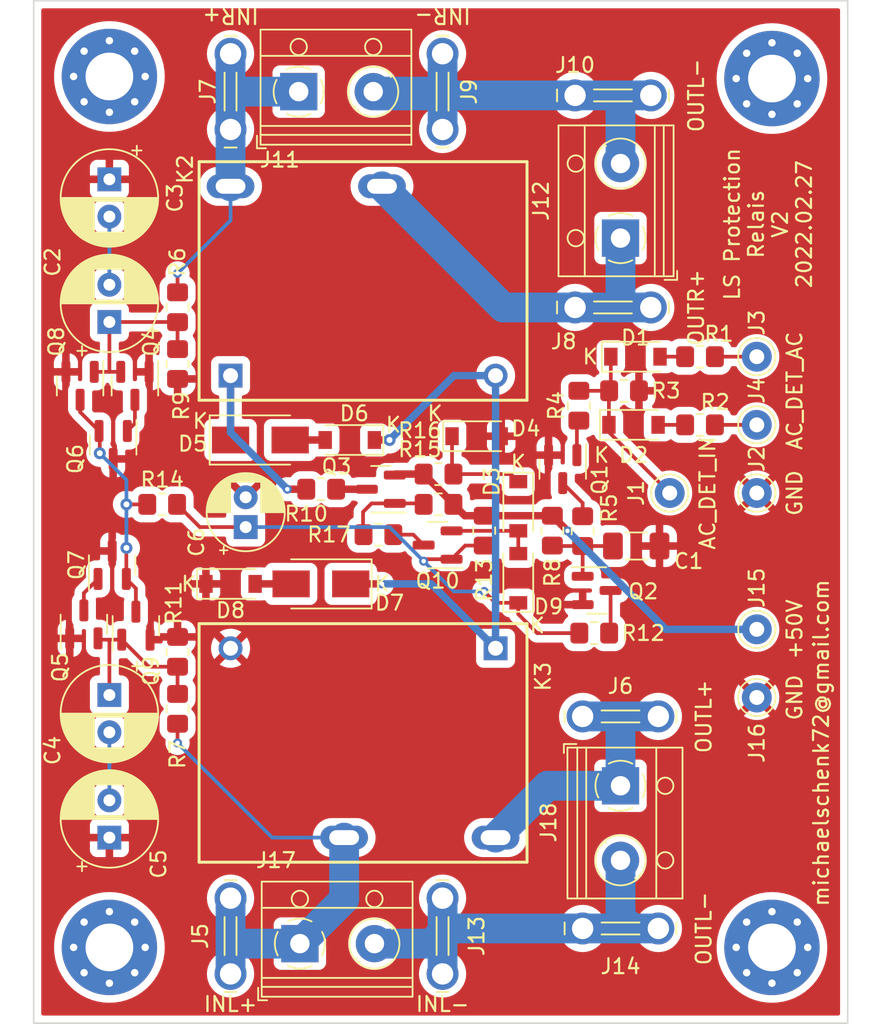
<source format=kicad_pcb>
(kicad_pcb (version 20211014) (generator pcbnew)
  (layers (0 "F.Cu" signal) (31 "B.Cu" signal) (34 "B.Paste" user) (35 "F.Paste" user) (36 "B.SilkS" user "B.Silkscreen") (37 "F.SilkS" user "F.Silkscreen") (38 "B.Mask" user) (39 "F.Mask" user) (44 "Edge.Cuts" user))
  (net 0 "")
  (net 1 "Net-(C1-Pad1)")
  (net 2 "Net-(C2-Pad1)")
  (net 3 "Net-(C2-Pad2)")
  (net 4 "Net-(C4-Pad1)")
  (net 5 "Net-(C4-Pad2)")
  (net 6 "GND")
  (net 7 "Net-(Q1-Pad1)")
  (net 8 "Net-(D5-Pad2)")
  (net 9 "Net-(C6-Pad1)")
  (net 10 "Net-(D1-Pad1)")
  (net 11 "Net-(D7-Pad2)")
  (net 12 "Net-(D1-Pad2)")
  (net 13 "Net-(J3-Pad1)")
  (net 14 "Net-(J12-Pad1)")
  (net 15 "Net-(J10-Pad1)")
  (net 16 "Net-(D2-Pad2)")
  (net 17 "Net-(R16-Pad2)")
  (net 18 "Net-(Q10-Pad2)")
  (net 19 "Net-(J4-Pad1)")
  (net 20 "INL+")
  (net 21 "INR+")
  (net 22 "Net-(J13-Pad1)")
  (net 23 "Net-(D5-Pad1)")
  (net 24 "Net-(Q1-Pad3)")
  (net 25 "Net-(Q2-Pad3)")
  (net 26 "Net-(D6-Pad1)")
  (net 27 "Net-(R16-Pad1)")
  (net 28 "Net-(Q4-Pad3)")
  (net 29 "Net-(Q5-Pad3)")
  (net 30 "Net-(Q6-Pad2)")
  (net 31 "Net-(J18-Pad1)")
  (net 32 "Net-(Q3-Pad1)")
  (net 33 "Net-(Q10-Pad3)")
  (net 34 "Net-(R10-Pad1)")
  (footprint "Diode_SMD:D_SOD-123" (layer "F.Cu") (at 95.758 94.996)
    (fp_text reference "D8" (at 0 1.778) (layer "F.SilkS"))
    (fp_text value "MMSZ5254 (27V)")
    (pad "1" smd rect (at -1.65 0) (size 0.9 1.2) (layers "F.Cu" "F.Paste" "F.Mask") (net 6 "GND"))
    (pad "2" smd rect (at 1.65 0) (size 0.9 1.2) (layers "F.Cu" "F.Paste" "F.Mask") (net 11 "Net-(D7-Pad2)"))
  )
  (footprint "Resistor_SMD:R_0805_2012Metric_Pad1.20x1.40mm_HandSolder" (layer "F.Cu") (at 92.202 99.552 -90)
    (fp_text reference "R11" (at -3.286 0.254 90) (layer "F.SilkS"))
    (fp_text value "22k")
    (pad "1" smd roundrect (at -1 0 270) (size 1.2 1.4) (layers "F.Cu" "F.Paste" "F.Mask") (roundrect_rratio 0.2083333333) (net 6 "GND"))
    (pad "2" smd roundrect (at 1 0 270) (size 1.2 1.4) (layers "F.Cu" "F.Paste" "F.Mask") (roundrect_rratio 0.2083333333) (net 4 "Net-(C4-Pad1)"))
  )
  (footprint "Diode_SMD:D_SOD-123" (layer "F.Cu") (at 112.268 85.09)
    (fp_text reference "D4" (at 3.302 -0.508) (layer "F.SilkS"))
    (fp_text value "MMSZ5245 (15V)")
    (pad "1" smd rect (at -1.65 0) (size 0.9 1.2) (layers "F.Cu" "F.Paste" "F.Mask") (net 17 "Net-(R16-Pad2)"))
    (pad "2" smd rect (at 1.65 0) (size 0.9 1.2) (layers "F.Cu" "F.Paste" "F.Mask") (net 6 "GND"))
  )
  (footprint "Resistor_SMD:R_0805_2012Metric_Pad1.20x1.40mm_HandSolder" (layer "F.Cu") (at 109.712 87.63)
    (fp_text reference "R16" (at -1.254 -2.921) (layer "F.SilkS"))
    (fp_text value "47k")
    (pad "1" smd roundrect (at -1 0) (size 1.2 1.4) (layers "F.Cu" "F.Paste" "F.Mask") (roundrect_rratio 0.2083333333) (net 27 "Net-(R16-Pad1)"))
    (pad "2" smd roundrect (at 1 0) (size 1.2 1.4) (layers "F.Cu" "F.Paste" "F.Mask") (roundrect_rratio 0.2083333333) (net 17 "Net-(R16-Pad2)"))
  )
  (footprint "Package_TO_SOT_SMD:SOT-23" (layer "F.Cu") (at 89.342 81.7095 -90)
    (fp_text reference "Q4" (at -2.9695 -1.082 90) (layer "F.SilkS"))
    (fp_text value "MMBTA42")
    (pad "1" smd roundrect (at -0.9375 -0.95 270) (size 1.475 0.6) (layers "F.Cu" "F.Paste" "F.Mask") (net 6 "GND"))
    (pad "2" smd roundrect (at -0.9375 0.95 270) (size 1.475 0.6) (layers "F.Cu" "F.Paste" "F.Mask") (net 2 "Net-(C2-Pad1)"))
    (pad "3" smd roundrect (at 0.9375 0 270) (size 1.475 0.6) (layers "F.Cu" "F.Paste" "F.Mask") (net 28 "Net-(Q4-Pad3)"))
  )
  (footprint "Resistor_SMD:R_0805_2012Metric_Pad1.20x1.40mm_HandSolder" (layer "F.Cu") (at 112.776 91.424 -90)
    (fp_text reference "R13" (at 3.318 0 90) (layer "F.SilkS"))
    (fp_text value "220k")
    (pad "1" smd roundrect (at -1 0 270) (size 1.2 1.4) (layers "F.Cu" "F.Paste" "F.Mask") (roundrect_rratio 0.2083333333) (net 27 "Net-(R16-Pad1)"))
    (pad "2" smd roundrect (at 1 0 270) (size 1.2 1.4) (layers "F.Cu" "F.Paste" "F.Mask") (roundrect_rratio 0.2083333333) (net 9 "Net-(C6-Pad1)"))
  )
  (footprint "TerminalBlock_RND:TerminalBlock_RND_205-00012_1x02_P5.00mm_Horizontal" (layer "F.Cu") (at 121.92 71.802 90)
    (fp_text reference "J12" (at 2.5 -5.334 90) (layer "F.SilkS"))
    (fp_text value "OUTR")
    (pad "1" thru_hole rect (at 0 0 90) (size 2.5 2.5) (drill 1.3) (layers *.Cu *.Mask) (net 14 "Net-(J12-Pad1)"))
    (pad "2" thru_hole circle (at 5 0 90) (size 2.5 2.5) (drill 1.3) (layers *.Cu *.Mask) (net 15 "Net-(J10-Pad1)"))
  )
  (footprint "Resistor_SMD:R_0805_2012Metric_Pad1.20x1.40mm_HandSolder" (layer "F.Cu") (at 120.158 98.298)
    (fp_text reference "R12" (at 3.286 0 180) (layer "F.SilkS"))
    (fp_text value "4.7k")
    (pad "1" smd roundrect (at -1 0) (size 1.2 1.4) (layers "F.Cu" "F.Paste" "F.Mask") (roundrect_rratio 0.2083333333) (net 9 "Net-(C6-Pad1)"))
    (pad "2" smd roundrect (at 1 0) (size 1.2 1.4) (layers "F.Cu" "F.Paste" "F.Mask") (roundrect_rratio 0.2083333333) (net 25 "Net-(Q2-Pad3)"))
  )
  (footprint "kicad-snk:TE_62409-1" (layer "F.Cu") (at 121.412 76.454)
    (fp_text reference "J8" (at -3.302 2.286) (layer "F.SilkS") (effects (font (size 1.001661 1.001661))))
    (fp_text value "OUTR+")
    (pad "1" thru_hole circle (at -2.54 0) (size 2.145 2.145) (drill 1.43) (layers *.Cu *.Mask) (net 14 "Net-(J12-Pad1)"))
    (pad "2" thru_hole circle (at 2.54 0) (size 2.145 2.145) (drill 1.43) (layers *.Cu *.Mask) (net 14 "Net-(J12-Pad1)"))
  )
  (footprint "Resistor_SMD:R_0805_2012Metric_Pad1.20x1.40mm_HandSolder" (layer "F.Cu") (at 127.254 84.328 180)
    (fp_text reference "R2" (at -1.016 1.524) (layer "F.SilkS"))
    (fp_text value "22k")
    (pad "1" smd roundrect (at -1 0 180) (size 1.2 1.4) (layers "F.Cu" "F.Paste" "F.Mask") (roundrect_rratio 0.2083333333) (net 19 "Net-(J4-Pad1)"))
    (pad "2" smd roundrect (at 1 0 180) (size 1.2 1.4) (layers "F.Cu" "F.Paste" "F.Mask") (roundrect_rratio 0.2083333333) (net 16 "Net-(D2-Pad2)"))
  )
  (footprint "Package_TO_SOT_SMD:SOT-23" (layer "F.Cu") (at 87.884 85.6765 -90)
    (fp_text reference "Q6" (at 0.9375 2.54 90) (layer "F.SilkS"))
    (fp_text value "MMBTA92")
    (pad "1" smd roundrect (at -0.9375 -0.95 270) (size 1.475 0.6) (layers "F.Cu" "F.Paste" "F.Mask") (net 28 "Net-(Q4-Pad3)"))
    (pad "2" smd roundrect (at -0.9375 0.95 270) (size 1.475 0.6) (layers "F.Cu" "F.Paste" "F.Mask") (net 30 "Net-(Q6-Pad2)"))
    (pad "3" smd roundrect (at 0.9375 0 270) (size 1.475 0.6) (layers "F.Cu" "F.Paste" "F.Mask") (net 6 "GND"))
  )
  (footprint "Resistor_SMD:R_0805_2012Metric_Pad1.20x1.40mm_HandSolder" (layer "F.Cu") (at 91.17 89.662)
    (fp_text reference "R14" (at 0 -1.65) (layer "F.SilkS"))
    (fp_text value "10R")
    (pad "1" smd roundrect (at -1 0) (size 1.2 1.4) (layers "F.Cu" "F.Paste" "F.Mask") (roundrect_rratio 0.2083333333) (net 30 "Net-(Q6-Pad2)"))
    (pad "2" smd roundrect (at 1 0) (size 1.2 1.4) (layers "F.Cu" "F.Paste" "F.Mask") (roundrect_rratio 0.2083333333) (net 9 "Net-(C6-Pad1)"))
  )
  (footprint "Capacitor_THT:CP_Radial_D6.3mm_P2.50mm" (layer "F.Cu") (at 87.63 67.858 -90)
    (fp_text reference "C3" (at 1.25 -4.4 90) (layer "F.SilkS"))
    (fp_text value "47uF/50V")
    (pad "1" thru_hole rect (at 0 0 270) (size 1.6 1.6) (drill 0.8) (layers *.Cu *.Mask) (net 6 "GND"))
    (pad "2" thru_hole circle (at 2.5 0 270) (size 1.6 1.6) (drill 0.8) (layers *.Cu *.Mask) (net 3 "Net-(C2-Pad2)"))
  )
  (footprint "Connector_Pin:Pin_D1.0mm_L10.0mm" (layer "F.Cu") (at 131.064 88.9 -90)
    (fp_text reference "J2" (at -2.286 0 -90) (layer "F.SilkS"))
    (fp_text value "AC_DET_GND")
    (pad "1" thru_hole circle (at 0 0 270) (size 2 2) (drill 1) (layers *.Cu *.Mask) (net 6 "GND"))
  )
  (footprint "kicad-snk:TE_62409-1" (layer "F.Cu") (at 121.92 118.11)
    (fp_text reference "J14" (at 0 2.54) (layer "F.SilkS") (effects (font (size 1.001661 1.001661))))
    (fp_text value "OUTL-")
    (pad "1" thru_hole circle (at -2.54 0) (size 2.145 2.145) (drill 1.43) (layers *.Cu *.Mask) (net 22 "Net-(J13-Pad1)"))
    (pad "2" thru_hole circle (at 2.54 0) (size 2.145 2.145) (drill 1.43) (layers *.Cu *.Mask) (net 22 "Net-(J13-Pad1)"))
  )
  (footprint "Connector_Pin:Pin_D1.0mm_L10.0mm" (layer "F.Cu") (at 131.064 84.328 90)
    (fp_text reference "J4" (at 2.286 0 90) (layer "F.SilkS"))
    (fp_text value "AC_DET_AC")
    (pad "1" thru_hole circle (at 0 0 90) (size 2 2) (drill 1) (layers *.Cu *.Mask) (net 19 "Net-(J4-Pad1)"))
  )
  (footprint "Connector_Pin:Pin_D1.0mm_L10.0mm" (layer "F.Cu") (at 125.222 88.9 -90)
    (fp_text reference "J1" (at 0 2.25 -90) (layer "F.SilkS"))
    (fp_text value "AC_DET_IN")
    (pad "1" thru_hole circle (at 0 0 270) (size 2 2) (drill 1) (layers *.Cu *.Mask) (net 10 "Net-(D1-Pad1)"))
  )
  (footprint "Resistor_SMD:R_0805_2012Metric_Pad1.20x1.40mm_HandSolder" (layer "F.Cu") (at 117.348 91.424 -90)
    (fp_text reference "R8" (at 2.81 0 -90) (layer "F.SilkS"))
    (fp_text value "100k")
    (pad "1" smd roundrect (at -1 0 270) (size 1.2 1.4) (layers "F.Cu" "F.Paste" "F.Mask") (roundrect_rratio 0.2083333333) (net 27 "Net-(R16-Pad1)"))
    (pad "2" smd roundrect (at 1 0 270) (size 1.2 1.4) (layers "F.Cu" "F.Paste" "F.Mask") (roundrect_rratio 0.2083333333) (net 1 "Net-(C1-Pad1)"))
  )
  (footprint "TerminalBlock_RND:TerminalBlock_RND_205-00012_1x02_P5.00mm_Horizontal" (layer "F.Cu") (at 100.33 61.976)
    (fp_text reference "J11" (at -1.27 4.572) (layer "F.SilkS"))
    (fp_text value "INR")
    (pad "1" thru_hole rect (at 0 0) (size 2.5 2.5) (drill 1.3) (layers *.Cu *.Mask) (net 21 "INR+"))
    (pad "2" thru_hole circle (at 5 0) (size 2.5 2.5) (drill 1.3) (layers *.Cu *.Mask) (net 15 "Net-(J10-Pad1)"))
  )
  (footprint "Connector_Pin:Pin_D1.0mm_L10.0mm" (layer "F.Cu") (at 131.064 79.756 -90)
    (fp_text reference "J3" (at -2.286 0 -90) (layer "F.SilkS"))
    (fp_text value "AC_DET_AC")
    (pad "1" thru_hole circle (at 0 0 270) (size 2 2) (drill 1) (layers *.Cu *.Mask) (net 13 "Net-(J3-Pad1)"))
  )
  (footprint "Connector_Pin:Pin_D1.0mm_L10.0mm" (layer "F.Cu") (at 131.064 102.616)
    (fp_text reference "J16" (at 0 3.048 90) (layer "F.SilkS"))
    (fp_text value "GND")
    (pad "1" thru_hole circle (at 0 0) (size 2 2) (drill 1) (layers *.Cu *.Mask) (net 6 "GND"))
  )
  (footprint "Resistor_SMD:R_0805_2012Metric_Pad1.20x1.40mm_HandSolder" (layer "F.Cu") (at 101.838 88.646 180)
    (fp_text reference "R10" (at 1 -1.65) (layer "F.SilkS"))
    (fp_text value "100R")
    (pad "1" smd roundrect (at -1 0 180) (size 1.2 1.4) (layers "F.Cu" "F.Paste" "F.Mask") (roundrect_rratio 0.2083333333) (net 34 "Net-(R10-Pad1)"))
    (pad "2" smd roundrect (at 1 0 180) (size 1.2 1.4) (layers "F.Cu" "F.Paste" "F.Mask") (roundrect_rratio 0.2083333333) (net 23 "Net-(D5-Pad1)"))
  )
  (footprint "TerminalBlock_RND:TerminalBlock_RND_205-00012_1x02_P5.00mm_Horizontal" (layer "F.Cu") (at 121.92 108.538 -90)
    (fp_text reference "J18" (at 2.46 4.826 90) (layer "F.SilkS"))
    (fp_text value "OUTL")
    (pad "1" thru_hole rect (at 0 0 270) (size 2.5 2.5) (drill 1.3) (layers *.Cu *.Mask) (net 31 "Net-(J18-Pad1)"))
    (pad "2" thru_hole circle (at 5 0 270) (size 2.5 2.5) (drill 1.3) (layers *.Cu *.Mask) (net 22 "Net-(J13-Pad1)"))
  )
  (footprint "kicad-snk:TE_62409-1" (layer "F.Cu") (at 109.982 118.618 90)
    (fp_text reference "J13" (at 0 2.286 90) (layer "F.SilkS") (effects (font (size 1.001661 1.001661))))
    (fp_text value "INL-")
    (pad "1" thru_hole circle (at -2.54 0 90) (size 2.145 2.145) (drill 1.43) (layers *.Cu *.Mask) (net 22 "Net-(J13-Pad1)"))
    (pad "2" thru_hole circle (at 2.54 0 90) (size 2.145 2.145) (drill 1.43) (layers *.Cu *.Mask) (net 22 "Net-(J13-Pad1)"))
  )
  (footprint "Package_TO_SOT_SMD:SOT-23" (layer "F.Cu") (at 85.918 97.7115 90)
    (fp_text reference "Q5" (at -2.8725 -1.59 90) (layer "F.SilkS"))
    (fp_text value "MMBTA42")
    (pad "1" smd roundrect (at -0.9375 -0.95 90) (size 1.475 0.6) (layers "F.Cu" "F.Paste" "F.Mask") (net 6 "GND"))
    (pad "2" smd roundrect (at -0.9375 0.95 90) (size 1.475 0.6) (layers "F.Cu" "F.Paste" "F.Mask") (net 4 "Net-(C4-Pad1)"))
    (pad "3" smd roundrect (at 0.9375 0 90) (size 1.475 0.6) (layers "F.Cu" "F.Paste" "F.Mask") (net 29 "Net-(Q5-Pad3)"))
  )
  (footprint "Package_TO_SOT_SMD:SOT-23" (layer "F.Cu") (at 105.8395 88.646 180)
    (fp_text reference "Q3" (at 2.9695 1.524) (layer "F.SilkS"))
    (fp_text value "MMBTA92")
    (pad "1" smd roundrect (at -0.9375 -0.95 180) (size 1.475 0.6) (layers "F.Cu" "F.Paste" "F.Mask") (net 32 "Net-(Q3-Pad1)"))
    (pad "2" smd roundrect (at -0.9375 0.95 180) (size 1.475 0.6) (layers "F.Cu" "F.Paste" "F.Mask") (net 27 "Net-(R16-Pad1)"))
    (pad "3" smd roundrect (at 0.9375 0 180) (size 1.475 0.6) (layers "F.Cu" "F.Paste" "F.Mask") (net 34 "Net-(R10-Pad1)"))
  )
  (footprint "MountingHole:MountingHole_3.2mm_M3_Pad_Via" (layer "F.Cu") (at 87.63 60.96)
    (fp_text reference "MK1" hide)
    (fp_text value "Mounting_Hole_PAD")
    (pad "1" thru_hole circle (at 0 2.4) (size 0.8 0.8) (drill 0.5) (layers *.Cu *.Mask))
    (pad "1" thru_hole circle (at -2.4 0) (size 0.8 0.8) (drill 0.5) (layers *.Cu *.Mask))
    (pad "1" thru_hole circle (at 0 0) (size 6.4 6.4) (drill 3.2) (layers *.Cu *.Mask))
    (pad "1" thru_hole circle (at -1.697056 1.697056) (size 0.8 0.8) (drill 0.5) (layers *.Cu *.Mask))
    (pad "1" thru_hole circle (at 0 -2.4) (size 0.8 0.8) (drill 0.5) (layers *.Cu *.Mask))
    (pad "1" thru_hole circle (at 1.697056 1.697056) (size 0.8 0.8) (drill 0.5) (layers *.Cu *.Mask))
    (pad "1" thru_hole circle (at 1.697056 -1.697056) (size 0.8 0.8) (drill 0.5) (layers *.Cu *.Mask))
    (pad "1" thru_hole circle (at -1.697056 -1.697056) (size 0.8 0.8) (drill 0.5) (layers *.Cu *.Mask))
    (pad "1" thru_hole circle (at 2.4 0) (size 0.8 0.8) (drill 0.5) (layers *.Cu *.Mask))
  )
  (footprint "Package_TO_SOT_SMD:SOT-23" (layer "F.Cu") (at 118.044 87.2975 -90)
    (fp_text reference "Q1" (at 0.7135 -2.479 -270) (layer "F.SilkS"))
    (fp_text value "MMBTA42")
    (pad "1" smd roundrect (at -0.9375 -0.95 270) (size 1.475 0.6) (layers "F.Cu" "F.Paste" "F.Mask") (net 7 "Net-(Q1-Pad1)"))
    (pad "2" smd roundrect (at -0.9375 0.95 270) (size 1.475 0.6) (layers "F.Cu" "F.Paste" "F.Mask") (net 6 "GND"))
    (pad "3" smd roundrect (at 0.9375 0 270) (size 1.475 0.6) (layers "F.Cu" "F.Paste" "F.Mask") (net 24 "Net-(Q1-Pad3)"))
  )
  (footprint "kicad-snk:TE_62409-1" (layer "F.Cu") (at 121.412 62.23)
    (fp_text reference "J10" (at -2.54 -2.032) (layer "F.SilkS") (effects (font (size 1.001661 1.001661))))
    (fp_text value "OUTR-")
    (pad "1" thru_hole circle (at -2.54 0) (size 2.145 2.145) (drill 1.43) (layers *.Cu *.Mask) (net 15 "Net-(J10-Pad1)"))
    (pad "2" thru_hole circle (at 2.54 0) (size 2.145 2.145) (drill 1.43) (layers *.Cu *.Mask) (net 15 "Net-(J10-Pad1)"))
  )
  (footprint "Package_TO_SOT_SMD:SOT-23" (layer "F.Cu") (at 120.3175 95.438)
    (fp_text reference "Q2" (at 3.1265 0.066) (layer "F.SilkS"))
    (fp_text value "MMBTA42")
    (pad "1" smd roundrect (at -0.9375 -0.95) (size 1.475 0.6) (layers "F.Cu" "F.Paste" "F.Mask") (net 1 "Net-(C1-Pad1)"))
    (pad "2" smd roundrect (at -0.9375 0.95) (size 1.475 0.6) (layers "F.Cu" "F.Paste" "F.Mask") (net 6 "GND"))
    (pad "3" smd roundrect (at 0.9375 0) (size 1.475 0.6) (layers "F.Cu" "F.Paste" "F.Mask") (net 25 "Net-(Q2-Pad3)"))
  )
  (footprint "TerminalBlock_RND:TerminalBlock_RND_205-00012_1x02_P5.00mm_Horizontal" (layer "F.Cu") (at 100.41 119.126)
    (fp_text reference "J17" (at -1.604 -5.588) (layer "F.SilkS"))
    (fp_text value "INL")
    (pad "1" thru_hole rect (at 0 0) (size 2.5 2.5) (drill 1.3) (layers *.Cu *.Mask) (net 20 "INL+"))
    (pad "2" thru_hole circle (at 5 0) (size 2.5 2.5) (drill 1.3) (layers *.Cu *.Mask) (net 22 "Net-(J13-Pad1)"))
  )
  (footprint "Resistor_SMD:R_0805_2012Metric_Pad1.20x1.40mm_HandSolder" (layer "F.Cu") (at 92.202 76.438 -90)
    (fp_text reference "R6" (at -3.032 0 -270) (layer "F.SilkS"))
    (fp_text value "47k")
    (pad "1" smd roundrect (at -1 0 270) (size 1.2 1.4) (layers "F.Cu" "F.Paste" "F.Mask") (roundrect_rratio 0.2083333333) (net 21 "INR+"))
    (pad "2" smd roundrect (at 1 0 270) (size 1.2 1.4) (layers "F.Cu" "F.Paste" "F.Mask") (roundrect_rratio 0.2083333333) (net 2 "Net-(C2-Pad1)"))
  )
  (footprint "kicad-snk:TE_62409-1" (layer "F.Cu") (at 121.92 103.886)
    (fp_text reference "J6" (at 0 -2.032) (layer "F.SilkS") (effects (font (size 1.001661 1.001661))))
    (fp_text value "OUTL+")
    (pad "1" thru_hole circle (at -2.54 0) (size 2.145 2.145) (drill 1.43) (layers *.Cu *.Mask) (net 31 "Net-(J18-Pad1)"))
    (pad "2" thru_hole circle (at 2.54 0) (size 2.145 2.145) (drill 1.43) (layers *.Cu *.Mask) (net 31 "Net-(J18-Pad1)"))
  )
  (footprint "MountingHole:MountingHole_3.2mm_M3_Pad_Via" (layer "F.Cu") (at 132.08 61.1)
    (fp_text reference "MK4" hide)
    (fp_text value "Mounting_Hole_PAD")
    (pad "1" thru_hole circle (at -1.697056 -1.697056) (size 0.8 0.8) (drill 0.5) (layers *.Cu *.Mask))
    (pad "1" thru_hole circle (at 0 2.4) (size 0.8 0.8) (drill 0.5) (layers *.Cu *.Mask))
    (pad "1" thru_hole circle (at 2.4 0) (size 0.8 0.8) (drill 0.5) (layers *.Cu *.Mask))
    (pad "1" thru_hole circle (at -2.4 0) (size 0.8 0.8) (drill 0.5) (layers *.Cu *.Mask))
    (pad "1" thru_hole circle (at -1.697056 1.697056) (size 0.8 0.8) (drill 0.5) (layers *.Cu *.Mask))
    (pad "1" thru_hole circle (at 1.697056 1.697056) (size 0.8 0.8) (drill 0.5) (layers *.Cu *.Mask))
    (pad "1" thru_hole circle (at 0 -2.4) (size 0.8 0.8) (drill 0.5) (layers *.Cu *.Mask))
    (pad "1" thru_hole circle (at 0 0) (size 6.4 6.4) (drill 3.2) (layers *.Cu *.Mask))
    (pad "1" thru_hole circle (at 1.697056 -1.697056) (size 0.8 0.8) (drill 0.5) (layers *.Cu *.Mask))
  )
  (footprint "Capacitor_THT:CP_Radial_D6.3mm_P2.50mm" (layer "F.Cu") (at 87.63 77.43 90)
    (fp_text reference "C2" (at 4.024 -3.81 90) (layer "F.SilkS"))
    (fp_text value "47uF/50V")
    (pad "1" thru_hole rect (at 0 0 90) (size 1.6 1.6) (drill 0.8) (layers *.Cu *.Mask) (net 2 "Net-(C2-Pad1)"))
    (pad "2" thru_hole circle (at 2.5 0 90) (size 1.6 1.6) (drill 0.8) (layers *.Cu *.Mask) (net 3 "Net-(C2-Pad2)"))
  )
  (footprint "Capacitor_THT:CP_Radial_D5.0mm_P2.00mm" (layer "F.Cu") (at 96.774 91.186 90)
    (fp_text reference "C6" (at -1.016 -3.302 90) (layer "F.SilkS"))
    (fp_text value "22uF/50V")
    (pad "1" thru_hole rect (at 0 0 90) (size 1.6 1.6) (drill 0.8) (layers *.Cu *.Mask) (net 9 "Net-(C6-Pad1)"))
    (pad "2" thru_hole circle (at 2 0 90) (size 1.6 1.6) (drill 0.8) (layers *.Cu *.Mask) (net 6 "GND"))
  )
  (footprint "Diode_SMD:D_SOD-123" (layer "F.Cu") (at 122.92 79.756)
    (fp_text reference "D1" (at 0.016 -1.27) (layer "F.SilkS"))
    (fp_text value "1N914")
    (pad "1" smd rect (at -1.65 0) (size 0.9 1.2) (layers "F.Cu" "F.Paste" "F.Mask") (net 10 "Net-(D1-Pad1)"))
    (pad "2" smd rect (at 1.65 0) (size 0.9 1.2) (layers "F.Cu" "F.Paste" "F.Mask") (net 12 "Net-(D1-Pad2)"))
  )
  (footprint "Resistor_SMD:R_0805_2012Metric_Pad1.20x1.40mm_HandSolder" (layer "F.Cu") (at 119.126 83.042 -90)
    (fp_text reference "R4" (at 0 1.524 90) (layer "F.SilkS"))
    (fp_text value "100R")
    (pad "1" smd roundrect (at -1 0 270) (size 1.2 1.4) (layers "F.Cu" "F.Paste" "F.Mask") (roundrect_rratio 0.2083333333) (net 10 "Net-(D1-Pad1)"))
    (pad "2" smd roundrect (at 1 0 270) (size 1.2 1.4) (layers "F.Cu" "F.Paste" "F.Mask") (roundrect_rratio 0.2083333333) (net 7 "Net-(Q1-Pad1)"))
  )
  (footprint "kicad-snk:TE_62409-1" (layer "F.Cu") (at 95.758 61.976 90)
    (fp_text reference "J7" (at 0 -1.524 90) (layer "F.SilkS") (effects (font (size 1.001661 1.001661))))
    (fp_text value "INR+")
    (pad "1" thru_hole circle (at -2.54 0 90) (size 2.145 2.145) (drill 1.43) (layers *.Cu *.Mask) (net 21 "INR+"))
    (pad "2" thru_hole circle (at 2.54 0 90) (size 2.145 2.145) (drill 1.43) (layers *.Cu *.Mask) (net 21 "INR+"))
  )
  (footprint "Capacitor_SMD:C_1206_3216Metric_Pad1.33x1.80mm_HandSolder" (layer "F.Cu") (at 122.9745 92.456)
    (fp_text reference "C1" (at 3.5175 1.016) (layer "F.SilkS"))
    (fp_text value "470nF")
    (pad "1" smd roundrect (at -1.5625 0) (size 1.325 1.8) (layers "F.Cu" "F.Paste" "F.Mask") (roundrect_rratio 0.1886792453) (net 1 "Net-(C1-Pad1)"))
    (pad "2" smd roundrect (at 1.5625 0) (size 1.325 1.8) (layers "F.Cu" "F.Paste" "F.Mask") (roundrect_rratio 0.1886792453) (net 6 "GND"))
  )
  (footprint "Diode_SMD:D_SOD-123" (layer "F.Cu") (at 115.062 94.616 90)
    (fp_text reference "D9" (at -1.904 2.032 180) (layer "F.SilkS"))
    (fp_text value "MMSZ5232BT1G (5.6V)")
    (pad "1" smd rect (at -1.65 0 90) (size 0.9 1.2) (layers "F.Cu" "F.Paste" "F.Mask") (net 9 "Net-(C6-Pad1)"))
    (pad "2" smd rect (at 1.65 0 90) (size 0.9 1.2) (layers "F.Cu" "F.Paste" "F.Mask") (net 18 "Net-(Q10-Pad2)"))
  )
  (footprint "Resistor_SMD:R_0805_2012Metric_Pad1.20x1.40mm_HandSolder" (layer "F.Cu") (at 119.38 91.456 90)
    (fp_text reference "R5" (at 1.54 1.778 90) (layer "F.SilkS"))
    (fp_text value "100R")
    (pad "1" smd roundrect (at -1 0 90) (size 1.2 1.4) (layers "F.Cu" "F.Paste" "F.Mask") (roundrect_rratio 0.2083333333) (net 1 "Net-(C1-Pad1)"))
    (pad "2" smd roundrect (at 1 0 90) (size 1.2 1.4) (layers "F.Cu" "F.Paste" "F.Mask") (roundrect_rratio 0.2083333333) (net 24 "Net-(Q1-Pad3)"))
  )
  (footprint "Connector_Pin:Pin_D1.0mm_L10.0mm" (layer "F.Cu") (at 131.064 98.044)
    (fp_text reference "J15" (at 0 -2.794 90) (layer "F.SilkS"))
    (fp_text value "+50V")
    (pad "1" thru_hole circle (at 0 0) (size 2 2) (drill 1) (layers *.Cu *.Mask) (net 27 "Net-(R16-Pad1)"))
  )
  (footprint "Resistor_SMD:R_0805_2012Metric_Pad1.20x1.40mm_HandSolder" (layer "F.Cu") (at 122.158 82.042 180)
    (fp_text reference "R3" (at -2.81 0) (layer "F.SilkS"))
    (fp_text value "10k")
    (pad "1" smd roundrect (at -1 0 180) (size 1.2 1.4) (layers "F.Cu" "F.Paste" "F.Mask") (roundrect_rratio 0.2083333333) (net 6 "GND"))
    (pad "2" smd roundrect (at 1 0 180) (size 1.2 1.4) (layers "F.Cu" "F.Paste" "F.Mask") (roundrect_rratio 0.2083333333) (net 10 "Net-(D1-Pad1)"))
  )
  (footprint "Resistor_SMD:R_0805_2012Metric_Pad1.20x1.40mm_HandSolder" (layer "F.Cu") (at 109.712 89.662 180)
    (fp_text reference "R15" (at 1.254 3.683 180) (layer "F.SilkS"))
    (fp_text value "6.8k")
    (pad "1" smd roundrect (at -1 0 180) (size 1.2 1.4) (layers "F.Cu" "F.Paste" "F.Mask") (roundrect_rratio 0.2083333333) (net 27 "Net-(R16-Pad1)"))
    (pad "2" smd roundrect (at 1 0 180) (size 1.2 1.4) (layers "F.Cu" "F.Paste" "F.Mask") (roundrect_rratio 0.2083333333) (net 32 "Net-(Q3-Pad1)"))
  )
  (footprint "Package_TO_SOT_SMD:SOT-23" (layer "F.Cu") (at 89.408 97.799863 90)
    (fp_text reference "Q9" (at -3.038137 1.016 90) (layer "F.SilkS"))
    (fp_text value "MMBTA42")
    (pad "1" smd roundrect (at -0.9375 -0.95 90) (size 1.475 0.6) (layers "F.Cu" "F.Paste" "F.Mask") (net 4 "Net-(C4-Pad1)"))
    (pad "2" smd roundrect (at -0.9375 0.95 90) (size 1.475 0.6) (layers "F.Cu" "F.Paste" "F.Mask") (net 6 "GND"))
    (pad "3" smd roundrect (at 0.9375 0 90) (size 1.475 0.6) (layers "F.Cu" "F.Paste" "F.Mask") (net 30 "Net-(Q6-Pad2)"))
  )
  (footprint "Diode_SMD:D_SOD-123" (layer "F.Cu") (at 115.062 89.788 -90)
    (fp_text reference "D3" (at -1.65 1.778 90) (layer "F.SilkS"))
    (fp_text value "1N914")
    (pad "1" smd rect (at -1.65 0 270) (size 0.9 1.2) (layers "F.Cu" "F.Paste" "F.Mask") (net 17 "Net-(R16-Pad2)"))
    (pad "2" smd rect (at 1.65 0 270) (size 0.9 1.2) (layers "F.Cu" "F.Paste" "F.Mask") (net 18 "Net-(Q10-Pad2)"))
  )
  (footprint "kicad-snk:TE_62409-1" (layer "F.Cu") (at 109.982 61.976 90)
    (fp_text reference "J9" (at 0 1.778 90) (layer "F.SilkS") (effects (font (size 1.001661 1.001661))))
    (fp_text value "INR-")
    (pad "1" thru_hole circle (at -2.54 0 90) (size 2.145 2.145) (drill 1.43) (layers *.Cu *.Mask) (net 15 "Net-(J10-Pad1)"))
    (pad "2" thru_hole circle (at 2.54 0 90) (size 2.145 2.145) (drill 1.43) (layers *.Cu *.Mask) (net 15 "Net-(J10-Pad1)"))
  )
  (footprint "kicad-snk:TE_62409-1" (layer "F.Cu") (at 95.758 118.618 90)
    (fp_text reference "J5" (at 0 -2.032 270) (layer "F.SilkS") (effects (font (size 1.001661 1.001661))))
    (fp_text value "INL+")
    (pad "1" thru_hole circle (at -2.54 0 90) (size 2.145 2.145) (drill 1.43) (layers *.Cu *.Mask) (net 20 "INL+"))
    (pad "2" thru_hole circle (at 2.54 0 90) (size 2.145 2.145) (drill 1.43) (layers *.Cu *.Mask) (net 20 "INL+"))
  )
  (footprint "Capacitor_THT:CP_Radial_D6.3mm_P2.50mm" (layer "F.Cu") (at 87.63 102.449621 -90)
    (fp_text reference "C4" (at 3.722379 3.81 90) (layer "F.SilkS"))
    (fp_text value "47uF/50V")
    (pad "1" thru_hole rect (at 0 0 270) (size 1.6 1.6) (drill 0.8) (layers *.Cu *.Mask) (net 4 "Net-(C4-Pad1)"))
    (pad "2" thru_hole circle (at 2.5 0 270) (size 1.6 1.6) (drill 0.8) (layers *.Cu *.Mask) (net 5 "Net-(C4-Pad2)"))
  )
  (footprint "Package_TO_SOT_SMD:SOT-23" (layer "F.Cu") (at 109.6495 92.39 180)
    (fp_text reference "Q10" (at 0 -2.4) (layer "F.SilkS"))
    (fp_text value "MMBTA42")
    (pad "1" smd roundrect (at -0.9375 -0.95 180) (size 1.475 0.6) (layers "F.Cu" "F.Paste" "F.Mask") (net 9 "Net-(C6-Pad1)"))
    (pad "2" smd roundrect (at -0.9375 0.95 180) (size 1.475 0.6) (layers "F.Cu" "F.Paste" "F.Mask") (net 18 "Net-(Q10-Pad2)"))
    (pad "3" smd roundrect (at 0.9375 0 180) (size 1.475 0.6) (layers "F.Cu" "F.Paste" "F.Mask") (net 33 "Net-(Q10-Pad3)"))
  )
  (footprint "kicad-snk:RELAY_G5CA-1A-E-DC5" (layer "F.Cu") (at 104.648 74.676 90)
    (fp_text reference "K2" (at 7.493 -11.938 90) (layer "F.SilkS") (effects (font (size 1.000685 1.000685))))
    (fp_text value "G5CA-1A-E-DC5")
    (pad "1" thru_hole rect (at -6.35 -8.89 90) (size 1.6 1.6) (drill 1) (layers *.Cu *.Mask) (net 23 "Net-(D5-Pad1)"))
    (pad "2" thru_hole circle (at -6.35 8.89 90) (size 1.6 1.6) (drill 1) (layers *.Cu *.Mask) (net 26 "Net-(D6-Pad1)"))
    (pad "3" thru_hole oval (at 6.35 1.27 90) (size 1.6 3.2) (drill oval 1 2) (layers *.Cu *.Mask) (net 14 "Net-(J12-Pad1)"))
    (pad "4" thru_hole oval (at 6.35 -8.89 90) (size 1.6 3.2) (drill oval 1 2) (layers *.Cu *.Mask) (net 21 "INR+"))
  )
  (footprint "Resistor_SMD:R_0805_2012Metric_Pad1.20x1.40mm_HandSolder" (layer "F.Cu") (at 105.68 91.694)
    (fp_text reference "R17" (at -3.318 0) (layer "F.SilkS"))
    (fp_text value "22k")
    (pad "1" smd roundrect (at -1 0) (size 1.2 1.4) (layers "F.Cu" "F.Paste" "F.Mask") (roundrect_rratio 0.2083333333) (net 32 "Net-(Q3-Pad1)"))
    (pad "2" smd roundrect (at 1 0) (size 1.2 1.4) (layers "F.Cu" "F.Paste" "F.Mask") (roundrect_rratio 0.2083333333) (net 33 "Net-(Q10-Pad3)"))
  )
  (footprint "Diode_SMD:D_SMA" (layer "F.Cu") (at 101.822 94.996 180)
    (fp_text reference "D7" (at -4.604 -1.27) (layer "F.SilkS"))
    (fp_text value "MRA4007T3G")
    (pad "1" smd rect (at -2 0 180) (size 2.5 1.8) (layers "F.Cu" "F.Paste" "F.Mask") (net 26 "Net-(D6-Pad1)"))
    (pad "2" smd rect (at 2 0 180) (size 2.5 1.8) (layers "F.Cu" "F.Paste" "F.Mask") (net 11 "Net-(D7-Pad2)"))
  )
  (footprint "Resistor_SMD:R_0805_2012Metric_Pad1.20x1.40mm_HandSolder" (layer "F.Cu") (at 92.202 103.378 90)
    (fp_text reference "R7" (at -3.048 0 90) (layer "F.SilkS"))
    (fp_text value "47k")
    (pad "1" smd roundrect (at -1 0 90) (size 1.2 1.4) (layers "F.Cu" "F.Paste" "F.Mask") (roundrect_rratio 0.2083333333) (net 20 "INL+"))
    (pad "2" smd roundrect (at 1 0 90) (size 1.2 1.4) (layers "F.Cu" "F.Paste" "F.Mask") (roundrect_rratio 0.2083333333) (net 4 "Net-(C4-Pad1)"))
  )
  (footprint "Resistor_SMD:R_0805_2012Metric_Pad1.20x1.40mm_HandSolder" (layer "F.Cu") (at 92.202 80.248 90)
    (fp_text reference "R9" (at -2.81 0.254 90) (layer "F.SilkS"))
    (fp_text value "22k")
    (pad "1" smd roundrect (at -1 0 90) (size 1.2 1.4) (layers "F.Cu" "F.Paste" "F.Mask") (roundrect_rratio 0.2083333333) (net 6 "GND"))
    (pad "2" smd roundrect (at 1 0 90) (size 1.2 1.4) (layers "F.Cu" "F.Paste" "F.Mask") (roundrect_rratio 0.2083333333) (net 2 "Net-(C2-Pad1)"))
  )
  (footprint "Diode_SMD:D_SMA" (layer "F.Cu") (at 97.758 85.344)
    (fp_text reference "D5" (at -4.54 0.254) (layer "F.SilkS"))
    (fp_text value "MRA4007T3G")
    (pad "1" smd rect (at -2 0) (size 2.5 1.8) (layers "F.Cu" "F.Paste" "F.Mask") (net 23 "Net-(D5-Pad1)"))
    (pad "2" smd rect (at 2 0) (size 2.5 1.8) (layers "F.Cu" "F.Paste" "F.Mask") (net 8 "Net-(D5-Pad2)"))
  )
  (footprint "Package_TO_SOT_SMD:SOT-23" (layer "F.Cu") (at 85.664 81.7095 -90)
    (fp_text reference "Q8" (at -2.9695 1.59 90) (layer "F.SilkS"))
    (fp_text value "MMBTA42")
    (pad "1" smd roundrect (at -0.9375 -0.95 270) (size 1.475 0.6) (layers "F.Cu" "F.Paste" "F.Mask") (net 2 "Net-(C2-Pad1)"))
    (pad "2" smd roundrect (at -0.9375 0.95 270) (size 1.475 0.6) (layers "F.Cu" "F.Paste" "F.Mask") (net 6 "GND"))
    (pad "3" smd roundrect (at 0.9375 0 270) (size 1.475 0.6) (layers "F.Cu" "F.Paste" "F.Mask") (net 30 "Net-(Q6-Pad2)"))
  )
  (footprint "Capacitor_THT:CP_Radial_D6.3mm_P2.50mm" (layer "F.Cu") (at 87.63 112.014001 90)
    (fp_text reference "C5" (at -1.777999 3.302 90) (layer "F.SilkS"))
    (fp_text value "47uF/50V")
    (pad "1" thru_hole rect (at 0 0 90) (size 1.6 1.6) (drill 0.8) (layers *.Cu *.Mask) (net 6 "GND"))
    (pad "2" thru_hole circle (at 2.5 0 90) (size 1.6 1.6) (drill 0.8) (layers *.Cu *.Mask) (net 5 "Net-(C4-Pad2)"))
  )
  (footprint "Resistor_SMD:R_0805_2012Metric_Pad1.20x1.40mm_HandSolder" (layer "F.Cu") (at 127.254 79.756 180)
    (fp_text reference "R1" (at -1.27 1.524) (layer "F.SilkS"))
    (fp_text value "22k")
    (pad "1" smd roundrect (at -1 0 180) (size 1.2 1.4) (layers "F.Cu" "F.Paste" "F.Mask") (roundrect_rratio 0.2083333333) (net 13 "Net-(J3-Pad1)"))
    (pad "2" smd roundrect (at 1 0 180) (size 1.2 1.4) (layers "F.Cu" "F.Paste" "F.Mask") (roundrect_rratio 0.2083333333) (net 12 "Net-(D1-Pad2)"))
  )
  (footprint "Package_TO_SOT_SMD:SOT-23" (layer "F.Cu") (at 87.818 93.726 90)
    (fp_text reference "Q7" (at 0 -2.4 90) (layer "F.SilkS"))
    (fp_text value "MMBTA92")
    (pad "1" smd roundrect (at -0.9375 -0.95 90) (size 1.475 0.6) (layers "F.Cu" "F.Paste" "F.Mask") (net 29 "Net-(Q5-Pad3)"))
    (pad "2" smd roundrect (at -0.9375 0.95 90) (size 1.475 0.6) (layers "F.Cu" "F.Paste" "F.Mask") (net 30 "Net-(Q6-Pad2)"))
    (pad "3" smd roundrect (at 0.9375 0 90) (size 1.475 0.6) (layers "F.Cu" "F.Paste" "F.Mask") (net 6 "GND"))
  )
  (footprint "Diode_SMD:D_SOD-123" (layer "F.Cu") (at 103.758 85.344 180)
    (fp_text reference "D6" (at -0.3 1.778) (layer "F.SilkS"))
    (fp_text value "MMSZ5254 (27V)")
    (pad "1" smd rect (at -1.65 0 180) (size 0.9 1.2) (layers "F.Cu" "F.Paste" "F.Mask") (net 26 "Net-(D6-Pad1)"))
    (pad "2" smd rect (at 1.65 0 180) (size 0.9 1.2) (layers "F.Cu" "F.Paste" "F.Mask") (net 8 "Net-(D5-Pad2)"))
  )
  (footprint "kicad-snk:RELAY_G5CA-1A-E-DC5" (layer "F.Cu") (at 104.648 105.664 -90)
    (fp_text reference "K3" (at -4.448055 -12.073235 -90) (layer "F.SilkS") (effects (font (size 1.000685 1.000685))))
    (fp_text value "G5CA-1A-E-DC5")
    (pad "1" thru_hole rect (at -6.35 -8.89 270) (size 1.6 1.6) (drill 1) (layers *.Cu *.Mask) (net 26 "Net-(D6-Pad1)"))
    (pad "2" thru_hole circle (at -6.35 8.89 270) (size 1.6 1.6) (drill 1) (layers *.Cu *.Mask) (net 6 "GND"))
    (pad "3" thru_hole oval (at 6.35 1.27 270) (size 1.6 3.2) (drill oval 1 2) (layers *.Cu *.Mask) (net 20 "INL+"))
    (pad "4" thru_hole oval (at 6.35 -8.89 270) (size 1.6 3.2) (drill oval 1 2) (layers *.Cu *.Mask) (net 31 "Net-(J18-Pad1)"))
  )
  (footprint "MountingHole:MountingHole_3.2mm_M3_Pad_Via" (layer "F.Cu") (at 132.08 119.38)
    (fp_text reference "MK3" hide)
    (fp_text value "Mounting_Hole_PAD")
    (pad "1" thru_hole circle (at 2.4 0) (size 0.8 0.8) (drill 0.5) (layers *.Cu *.Mask))
    (pad "1" thru_hole circle (at -2.4 0) (size 0.8 0.8) (drill 0.5) (layers *.Cu *.Mask))
    (pad "1" thru_hole circle (at -1.697056 -1.697056) (size 0.8 0.8) (drill 0.5) (layers *.Cu *.Mask))
    (pad "1" thru_hole circle (at -1.697056 1.697056) (size 0.8 0.8) (drill 0.5) (layers *.Cu *.Mask))
    (pad "1" thru_hole circle (at 1.697056 -1.697056) (size 0.8 0.8) (drill 0.5) (layers *.Cu *.Mask))
    (pad "1" thru_hole circle (at 0 0) (size 6.4 6.4) (drill 3.2) (layers *.Cu *.Mask))
    (pad "1" thru_hole circle (at 1.697056 1.697056) (size 0.8 0.8) (drill 0.5) (layers *.Cu *.Mask))
    (pad "1" thru_hole circle (at 0 -2.4) (size 0.8 0.8) (drill 0.5) (layers *.Cu *.Mask))
    (pad "1" thru_hole circle (at 0 2.4) (size 0.8 0.8) (drill 0.5) (layers *.Cu *.Mask))
  )
  (footprint "MountingHole:MountingHole_3.2mm_M3_Pad_Via" (layer "F.Cu") (at 87.63 119.38)
    (fp_text reference "MK2" hide)
    (fp_text value "Mounting_Hole_PAD")
    (pad "1" thru_hole circle (at -1.697056 1.697056) (size 0.8 0.8) (drill 0.5) (layers *.Cu *.Mask))
    (pad "1" thru_hole circle (at 1.697056 1.697056) (size 0.8 0.8) (drill 0.5) (layers *.Cu *.Mask))
    (pad "1" thru_hole circle (at 1.697056 -1.697056) (size 0.8 0.8) (drill 0.5) (layers *.Cu *.Mask))
    (pad "1" thru_hole circle (at 0 -2.4) (size 0.8 0.8) (drill 0.5) (layers *.Cu *.Mask))
    (pad "1" thru_hole circle (at 0 0) (size 6.4 6.4) (drill 3.2) (layers *.Cu *.Mask))
    (pad "1" thru_hole circle (at 0 2.4) (size 0.8 0.8) (drill 0.5) (layers *.Cu *.Mask))
    (pad "1" thru_hole circle (at 2.4 0) (size 0.8 0.8) (drill 0.5) (layers *.Cu *.Mask))
    (pad "1" thru_hole circle (at -2.4 0) (size 0.8 0.8) (drill 0.5) (layers *.Cu *.Mask))
    (pad "1" thru_hole circle (at -1.697056 -1.697056) (size 0.8 0.8) (drill 0.5) (layers *.Cu *.Mask))
  )
  (footprint "Diode_SMD:D_SOD-123" (layer "F.Cu") (at 122.792 84.328)
    (fp_text reference "D2" (at 0 2.032) (layer "F.SilkS"))
    (fp_text value "1N914")
    (pad "1" smd rect (at -1.65 0) (size 0.9 1.2) (layers "F.Cu" "F.Paste" "F.Mask") (net 10 "Net-(D1-Pad1)"))
    (pad "2" smd rect (at 1.65 0) (size 0.9 1.2) (layers "F.Cu" "F.Paste" "F.Mask") (net 16 "Net-(D2-Pad2)"))
  )
  (gr_rect (start 82.55 55.88) (end 137.16 124.46) (layer "Edge.Cuts") (width 0.1) (fill none))
  (gr_text "INL-" (at 109.982 123.19) (layer "F.SilkS") (effects (font (size 1 1))))
  (gr_text "OUTL-" (at 127.508 118.11 90) (layer "F.SilkS") (effects (font (size 1 1))))
  (gr_text "OUTL-" (at 127 62.23 90) (layer "F.SilkS") (effects (font (size 1 1))))
  (gr_text "+50V" (at 133.604 98.044 90) (layer "F.SilkS") (effects (font (size 1 1))))
  (gr_text "AC_DET_IN" (at 127.762 88.9 90) (layer "F.SilkS") (effects (font (size 1 1))))
  (gr_text "OUTR+" (at 127 76.454 90) (layer "F.SilkS") (effects (font (size 1 1))))
  (gr_text "GND" (at 133.604 102.616 90) (layer "F.SilkS") (effects (font (size 1 1))))
  (gr_text "INR-" (at 109.982 56.896 180) (layer "F.SilkS") (effects (font (size 1 1))))
  (gr_text "K" (at 109.474 83.566) (layer "F.SilkS") (effects (font (size 1 1))))
  (gr_text "K" (at 92.964 94.996) (layer "F.SilkS") (effects (font (size 1 1))))
  (gr_text "AC_DET_AC" (at 133.604 82.042 90) (layer "F.SilkS") (effects (font (size 1 1))))
  (gr_text "LS Protection\nRelais\nV2\n2022.02.27" (at 131.826 70.866 90) (layer "F.SilkS") (effects (font (size 1 1))))
  (gr_text "K" (at 116.332 97.79) (layer "F.SilkS") (effects (font (size 1 1))))
  (gr_text "K" (at 120.65 86.36) (layer "F.SilkS") (effects (font (size 1 1))))
  (gr_text "michaelschenk72@gmail.com" (at 135.382 105.664 90) (layer "F.SilkS") (effects (font (size 1 1))))
  (gr_text "INR+" (at 95.758 56.896 180) (layer "F.SilkS") (effects (font (size 1 1))))
  (gr_text "GND" (at 133.604 88.9 90) (layer "F.SilkS") (effects (font (size 1 1))))
  (gr_text "INL+" (at 95.758 123.19) (layer "F.SilkS") (effects (font (size 1 1))))
  (gr_text "K" (at 105.918 94.996) (layer "F.SilkS") (effects (font (size 1 1))))
  (gr_text "K" (at 106.68 84.328) (layer "F.SilkS") (effects (font (size 1 1))))
  (gr_text "K" (at 93.726 84.074) (layer "F.SilkS") (effects (font (size 1 1))))
  (gr_text "K" (at 119.888 79.756) (layer "F.SilkS") (effects (font (size 1 1))))
  (gr_text "OUTL+" (at 127.508 103.886 90) (layer "F.SilkS") (effects (font (size 1 1))))
  (gr_text "K" (at 115.062 86.868) (layer "F.SilkS") (effects (font (size 1 1))))
  (segment (start 119.38 92.456) (end 117.38 92.456) (width 0.25) (layer "F.Cu") (net 1))
  (segment (start 121.412 92.456) (end 119.38 92.456) (width 0.25) (layer "F.Cu") (net 1))
  (segment (start 119.38 94.488) (end 119.38 92.456) (width 0.25) (layer "F.Cu") (net 1))
  (segment (start 88.392 80.772) (end 87.63 80.772) (width 0.25) (layer "F.Cu") (net 2))
  (segment (start 92.194 77.43) (end 87.63 77.43) (width 0.25) (layer "F.Cu") (net 2))
  (segment (start 87.63 77.43) (end 87.63 80.772) (width 0.25) (layer "F.Cu") (net 2))
  (segment (start 87.63 80.772) (end 86.614 80.772) (width 0.25) (layer "F.Cu") (net 2))
  (segment (start 92.202 77.438) (end 92.202 79.248) (width 0.25) (layer "F.Cu") (net 2))
  (segment (start 87.63 74.93) (end 87.63 70.358) (width 0.25) (layer "B.Cu") (net 3))
  (segment (start 87.63 102.449621) (end 87.63 98.806) (width 0.25) (layer "F.Cu") (net 4))
  (segment (start 87.561363 98.737363) (end 86.956363 98.737363) (width 0.25) (layer "F.Cu") (net 4))
  (segment (start 92.202 100.552) (end 90.272637 100.552) (width 0.25) (layer "F.Cu") (net 4))
  (segment (start 92.202 102.378) (end 92.202 100.552) (width 0.25) (layer "F.Cu") (net 4))
  (segment (start 90.272637 100.552) (end 88.458 98.737363) (width 0.25) (layer "F.Cu") (net 4))
  (segment (start 87.63 98.806) (end 87.561363 98.737363) (width 0.25) (layer "F.Cu") (net 4))
  (segment (start 88.458 98.737363) (end 87.561363 98.737363) (width 0.25) (layer "F.Cu") (net 4))
  (segment (start 87.63 109.514001) (end 87.63 104.949621) (width 0.25) (layer "B.Cu") (net 5))
  (segment (start 118.994 86.36) (end 118.994 84.174) (width 0.25) (layer "F.Cu") (net 7))
  (segment (start 102.108 85.344) (end 99.758 85.344) (width 0.5) (layer "F.Cu") (net 8))
  (segment (start 113.538 96.266) (end 112.776 95.504) (width 0.25) (layer "F.Cu") (net 9))
  (segment (start 116.332 98.298) (end 119.158 98.298) (width 0.25) (layer "F.Cu") (net 9))
  (segment (start 93.694 91.186) (end 92.17 89.662) (width 0.25) (layer "F.Cu") (net 9))
  (segment (start 110.587 93.34) (end 111.503 92.424) (width 0.25) (layer "F.Cu") (net 9))
  (segment (start 115.062 97.028) (end 116.332 98.298) (width 0.25) (layer "F.Cu") (net 9))
  (segment (start 111.503 92.424) (end 112.776 92.424) (width 0.25) (layer "F.Cu") (net 9))
  (segment (start 115.062 96.266) (end 113.538 96.266) (width 0.25) (layer "F.Cu") (net 9))
  (segment (start 115.062 96.266) (end 115.062 97.028) (width 0.25) (layer "F.Cu") (net 9))
  (segment (start 110.587 93.34) (end 108.844 93.34) (width 0.25) (layer "F.Cu") (net 9))
  (segment (start 96.774 91.186) (end 93.694 91.186) (width 0.25) (layer "F.Cu") (net 9))
  (segment (start 108.844 93.34) (end 108.712 93.472) (width 0.25) (layer "F.Cu") (net 9))
  (via (at 108.712 93.472) (size 0.6) (drill 0.3) (layers "F.Cu" "B.Cu") (net 9))
  (via (at 112.776 95.504) (size 0.6) (drill 0.3) (layers "F.Cu" "B.Cu") (net 9))
  (segment (start 110.744 95.504) (end 108.712 93.472) (width 0.25) (layer "B.Cu") (net 9))
  (segment (start 106.426 91.186) (end 96.774 91.186) (width 0.25) (layer "B.Cu") (net 9))
  (segment (start 112.776 95.504) (end 110.744 95.504) (width 0.25) (layer "B.Cu") (net 9))
  (segment (start 108.712 93.472) (end 106.426 91.186) (width 0.25) (layer "B.Cu") (net 9))
  (segment (start 121.142 84.82) (end 121.142 84.328) (width 0.25) (layer "F.Cu") (net 10))
  (segment (start 121.142 84.328) (end 121.142 82.058) (width 0.25) (layer "F.Cu") (net 10))
  (segment (start 121.158 82.042) (end 119.126 82.042) (width 0.25) (layer "F.Cu") (net 10))
  (segment (start 121.27 79.756) (end 121.27 81.93) (width 0.25) (layer "F.Cu") (net 10))
  (segment (start 125.222 88.9) (end 121.142 84.82) (width 0.25) (layer "F.Cu") (net 10))
  (segment (start 99.822 94.996) (end 97.408 94.996) (width 0.5) (layer "F.Cu") (net 11))
  (segment (start 124.57 79.756) (end 126.254 79.756) (width 0.25) (layer "F.Cu") (net 12))
  (segment (start 128.254 79.756) (end 131.064 79.756) (width 0.25) (layer "F.Cu") (net 13))
  (segment (start 121.92 75.946) (end 121.412 76.454) (width 2) (layer "B.Cu") (net 14))
  (segment (start 123.952 76.454) (end 121.412 76.454) (width 2) (layer "B.Cu") (net 14))
  (segment (start 114.046 76.454) (end 105.918 68.326) (width 2) (layer "B.Cu") (net 14))
  (segment (start 118.872 76.454) (end 114.046 76.454) (width 2) (layer "B.Cu") (net 14))
  (segment (start 121.92 71.802) (end 121.92 75.946) (width 2) (layer "B.Cu") (net 14))
  (segment (start 121.412 76.454) (end 118.872 76.454) (width 2) (layer "B.Cu") (net 14))
  (segment (start 121.666 62.23) (end 123.952 62.23) (width 2) (layer "B.Cu") (net 15))
  (segment (start 109.474 61.976) (end 109.982 61.468) (width 2) (layer "B.Cu") (net 15))
  (segment (start 118.872 62.23) (end 121.666 62.23) (width 2) (layer "B.Cu") (net 15))
  (segment (start 109.982 64.516) (end 109.982 61.468) (width 2) (layer "B.Cu") (net 15))
  (segment (start 105.33 61.976) (end 109.474 61.976) (width 2) (layer "B.Cu") (net 15))
  (segment (start 121.92 66.802) (end 121.92 62.484) (width 2) (layer "B.Cu") (net 15))
  (segment (start 121.92 62.484) (end 121.666 62.23) (width 2) (layer "B.Cu") (net 15))
  (segment (start 109.982 61.468) (end 109.982 59.436) (width 2) (layer "B.Cu") (net 15))
  (segment (start 118.872 62.23) (end 105.584 62.23) (width 2) (layer "B.Cu") (net 15))
  (segment (start 105.584 62.23) (end 105.33 61.976) (width 2) (layer "B.Cu") (net 15))
  (segment (start 124.442 84.328) (end 126.254 84.328) (width 0.25) (layer "F.Cu") (net 16))
  (segment (start 114.554 87.63) (end 115.062 88.138) (width 0.25) (layer "F.Cu") (net 17))
  (segment (start 110.618 87.536) (end 110.618 85.09) (width 0.25) (layer "F.Cu") (net 17))
  (segment (start 110.712 87.63) (end 114.554 87.63) (width 0.25) (layer "F.Cu") (net 17))
  (segment (start 115.062 91.438) (end 110.589 91.438) (width 0.25) (layer "F.Cu") (net 18))
  (segment (start 115.062 92.966) (end 115.062 91.438) (width 0.25) (layer "F.Cu") (net 18))
  (segment (start 128.254 84.328) (end 131.064 84.328) (width 0.25) (layer "F.Cu") (net 19))
  (segment (start 92.202 104.378) (end 92.202 105.664) (width 0.25) (layer "F.Cu") (net 20))
  (via (at 92.202 105.664) (size 0.6) (drill 0.3) (layers "F.Cu" "B.Cu") (net 20))
  (segment (start 98.552 112.014) (end 103.378 112.014) (width 0.25) (layer "B.Cu") (net 20))
  (segment (start 95.758 118.618) (end 95.758 121.158) (width 2) (layer "B.Cu") (net 20))
  (segment (start 103.378 116.158) (end 100.41 119.126) (width 2) (layer "B.Cu") (net 20))
  (segment (start 95.758 116.078) (end 95.758 118.618) (width 2) (layer "B.Cu") (net 20))
  (segment (start 100.41 119.126) (end 96.266 119.126) (width 2) (layer "B.Cu") (net 20))
  (segment (start 103.378 112.014) (end 103.378 116.158) (width 2) (layer "B.Cu") (net 20))
  (segment (start 96.266 119.126) (end 95.758 118.618) (width 2) (layer "B.Cu") (net 20))
  (segment (start 92.202 105.664) (end 98.552 112.014) (width 0.25) (layer "B.Cu") (net 20))
  (segment (start 92.202 75.438) (end 92.202 74.168) (width 0.25) (layer "F.Cu") (net 21))
  (via (at 92.202 74.168) (size 0.6) (drill 0.3) (layers "F.Cu" "B.Cu") (net 21))
  (segment (start 92.202 74.168) (end 95.758 70.612) (width 0.25) (layer "B.Cu") (net 21))
  (segment (start 95.758 61.722) (end 95.758 64.516) (width 2) (layer "B.Cu") (net 21))
  (segment (start 95.758 59.436) (end 95.758 61.722) (width 2) (layer "B.Cu") (net 21))
  (segment (start 95.758 64.516) (end 95.758 68.326) (width 2) (layer "B.Cu") (net 21))
  (segment (start 100.33 61.976) (end 96.012 61.976) (width 2) (layer "B.Cu") (net 21))
  (segment (start 95.758 70.612) (end 95.758 68.326) (width 0.25) (layer "B.Cu") (net 21))
  (segment (start 96.012 61.976) (end 95.758 61.722) (width 2) (layer "B.Cu") (net 21))
  (segment (start 109.982 121.158) (end 109.982 118.364) (width 2) (layer "B.Cu") (net 22))
  (segment (start 121.92 113.538) (end 121.92 117.348) (width 2) (layer "B.Cu") (net 22))
  (segment (start 109.982 118.364) (end 109.982 116.078) (width 2) (layer "B.Cu") (net 22))
  (segment (start 105.41 119.126) (end 109.22 119.126) (width 2) (layer "B.Cu") (net 22))
  (segment (start 121.92 117.348) (end 122.682 118.11) (width 2) (layer "B.Cu") (net 22))
  (segment (start 119.38 118.11) (end 110.236 118.11) (width 2) (layer "B.Cu") (net 22))
  (segment (start 119.38 118.11) (end 122.682 118.11) (width 2) (layer "B.Cu") (net 22))
  (segment (start 122.682 118.11) (end 124.46 118.11) (width 2) (layer "B.Cu") (net 22))
  (segment (start 110.236 118.11) (end 109.982 118.364) (width 2) (layer "B.Cu") (net 22))
  (segment (start 109.22 119.126) (end 109.982 118.364) (width 2) (layer "B.Cu") (net 22))
  (segment (start 100.838 88.646) (end 99.568 88.646) (width 0.5) (layer "F.Cu") (net 23))
  (segment (start 95.758 85.344) (end 95.758 81.026) (width 0.5) (layer "F.Cu") (net 23))
  (via (at 99.568 88.646) (size 0.6) (drill 0.3) (layers "F.Cu" "B.Cu") (net 23))
  (segment (start 95.758 84.836) (end 95.758 81.026) (width 0.5) (layer "B.Cu") (net 23))
  (segment (start 99.568 88.646) (end 95.758 84.836) (width 0.5) (layer "B.Cu") (net 23))
  (segment (start 119.38 89.571) (end 118.044 88.235) (width 0.25) (layer "F.Cu") (net 24))
  (segment (start 119.38 90.456) (end 119.38 89.571) (width 0.25) (layer "F.Cu") (net 24))
  (segment (start 121.255 98.201) (end 121.158 98.298) (width 0.25) (layer "F.Cu") (net 25))
  (segment (start 121.255 95.438) (end 121.255 98.201) (width 0.25) (layer "F.Cu") (net 25))
  (segment (start 105.918 94.996) (end 103.822 94.996) (width 0.5) (layer "F.Cu") (net 26))
  (segment (start 105.408 85.344) (end 106.426 85.344) (width 0.5) (layer "F.Cu") (net 26))
  (via (at 106.426 85.344) (size 0.8) (drill 0.4) (layers "F.Cu" "B.Cu") (net 26))
  (via (at 105.918 94.996) (size 0.6) (drill 0.3) (layers "F.Cu" "B.Cu") (net 26))
  (segment (start 106.426 85.344) (end 110.744 81.026) (width 0.5) (layer "B.Cu") (net 26))
  (segment (start 105.918 94.996) (end 109.22 94.996) (width 0.5) (layer "B.Cu") (net 26))
  (segment (start 113.538 99.314) (end 113.538 81.026) (width 0.5) (layer "B.Cu") (net 26))
  (segment (start 110.744 81.026) (end 113.538 81.026) (width 0.5) (layer "B.Cu") (net 26))
  (segment (start 113.538 99.314) (end 109.22 94.996) (width 0.5) (layer "B.Cu") (net 26))
  (segment (start 111.474 90.424) (end 110.712 89.662) (width 0.5) (layer "F.Cu") (net 27))
  (segment (start 112.776 90.424) (end 111.474 90.424) (width 0.5) (layer "F.Cu") (net 27))
  (segment (start 117.348 90.424) (end 112.776 90.424) (width 0.5) (layer "F.Cu") (net 27))
  (segment (start 110.712 89.63) (end 108.712 87.63) (width 0.5) (layer "F.Cu") (net 27))
  (segment (start 118.364 91.44) (end 117.348 90.424) (width 0.5) (layer "F.Cu") (net 27))
  (segment (start 106.843 87.63) (end 106.777 87.696) (width 0.5) (layer "F.Cu") (net 27))
  (segment (start 108.712 87.63) (end 106.843 87.63) (width 0.5) (layer "F.Cu") (net 27))
  (via (at 118.364 91.44) (size 0.6) (drill 0.3) (layers "F.Cu" "B.Cu") (net 27))
  (segment (start 124.968 98.044) (end 118.364 91.44) (width 0.5) (layer "B.Cu") (net 27))
  (segment (start 131.064 98.044) (end 124.968 98.044) (width 0.5) (layer "B.Cu") (net 27))
  (segment (start 89.342 82.647) (end 89.342 84.231) (width 0.25) (layer "F.Cu") (net 28))
  (segment (start 89.342 84.231) (end 88.834 84.739) (width 0.25) (layer "F.Cu") (net 28))
  (segment (start 85.918 95.6135) (end 86.868 94.6635) (width 0.25) (layer "F.Cu") (net 29))
  (segment (start 85.918 96.774) (end 85.918 95.6135) (width 0.25) (layer "F.Cu") (net 29))
  (segment (start 89.408 95.3035) (end 88.768 94.6635) (width 0.25) (layer "F.Cu") (net 30))
  (segment (start 90.17 89.662) (end 88.773 89.662) (width 0.25) (layer "F.Cu") (net 30))
  (segment (start 85.664 83.469) (end 86.934 84.739) (width 0.25) (layer "F.Cu") (net 30))
  (segment (start 86.9845 86.233) (end 86.9845 84.7895) (width 0.25) (layer "F.Cu") (net 30))
  (segment (start 88.768 94.6635) (end 88.768 92.588) (width 0.25) (layer "F.Cu") (net 30))
  (segment (start 88.768 92.588) (end 88.773 92.583) (width 0.25) (layer "F.Cu") (net 30))
  (segment (start 89.408 96.862363) (end 89.408 95.3035) (width 0.25) (layer "F.Cu") (net 30))
  (segment (start 85.664 82.647) (end 85.664 83.469) (width 0.25) (layer "F.Cu") (net 30))
  (via (at 86.9845 86.233) (size 0.8) (drill 0.4) (layers "F.Cu" "B.Cu") (net 30))
  (via (at 88.773 89.662) (size 0.8) (drill 0.4) (layers "F.Cu" "B.Cu") (net 30))
  (via (at 88.773 92.583) (size 0.8) (drill 0.4) (layers "F.Cu" "B.Cu") (net 30))
  (segment (start 88.773 92.583) (end 88.773 89.662) (width 0.25) (layer "B.Cu") (net 30))
  (segment (start 88.773 88.0215) (end 86.9845 86.233) (width 0.25) (layer "B.Cu") (net 30))
  (segment (start 88.773 89.662) (end 88.773 88.0215) (width 0.25) (layer "B.Cu") (net 30))
  (segment (start 124.46 103.886) (end 121.666 103.886) (width 2) (layer "B.Cu") (net 31))
  (segment (start 121.666 103.886) (end 119.38 103.886) (width 2) (layer "B.Cu") (net 31))
  (segment (start 121.92 108.538) (end 121.92 104.14) (width 2) (layer "B.Cu") (net 31))
  (segment (start 121.92 108.538) (end 117.014 108.538) (width 2) (layer "B.Cu") (net 31))
  (segment (start 121.92 104.14) (end 121.666 103.886) (width 2) (layer "B.Cu") (net 31))
  (segment (start 117.014 108.538) (end 113.538 112.014) (width 2) (layer "B.Cu") (net 31))
  (segment (start 105.222 89.596) (end 104.648 90.17) (width 0.25) (layer "F.Cu") (net 32))
  (segment (start 104.648 91.662) (end 104.68 91.694) (width 0.25) (layer "F.Cu") (net 32))
  (segment (start 106.777 89.596) (end 108.646 89.596) (width 0.25) (layer "F.Cu") (net 32))
  (segment (start 104.648 90.17) (end 104.648 91.662) (width 0.25) (layer "F.Cu") (net 32))
  (segment (start 106.777 89.596) (end 105.222 89.596) (width 0.25) (layer "F.Cu") (net 32))
  (segment (start 108.016 91.694) (end 108.712 92.39) (width 0.25) (layer "F.Cu") (net 33))
  (segment (start 106.68 91.694) (end 108.016 91.694) (width 0.25) (layer "F.Cu") (net 33))
  (segment (start 104.902 88.646) (end 102.838 88.646) (width 0.5) (layer "F.Cu") (net 34))
  (zone (net 6) (net_name "GND") (layer "F.Cu") (connect_pads (clearance 0.508)) (min_thickness 0.254) (fill yes (thermal_gap 0.508) (thermal_bridge_width 0.508))
    (polygon (pts (xy 137.16 124.46) (xy 82.55 124.46) (xy 82.55 55.88) (xy 137.16 55.88)))
  )
)
</source>
